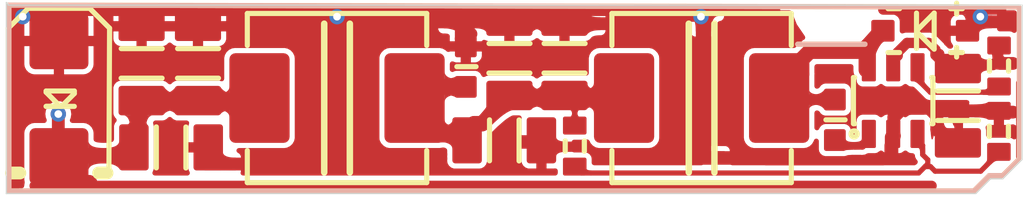
<source format=kicad_pcb>
(kicad_pcb (version 20210108) (generator pcbnew)
  (layers (0 "F.Cu" signal "Top Layer") (31 "B.Cu" signal "Bottom Layer") (34 "B.Paste" user) (35 "F.Paste" user) (36 "B.SilkS" user "B.Silkscreen") (37 "F.SilkS" user "F.Silkscreen") (38 "B.Mask" user) (39 "F.Mask" user) (44 "Edge.Cuts" user))
  (net 0 "")
  (net 1 "V12")
  (net 2 "NetR422_1")
  (net 3 "NetR420_1")
  (net 4 "NetC421_2")
  (net 5 "NetC421_1")
  (net 6 "GND")
  (net 7 "NetC422_1")
  (net 8 "V5")
  (footprint "Small.PcbLib:MP2359" (layer "F.Cu") (at 34.60001 -3.625025 90)
    (fp_text reference "U420" hide)
    (fp_text value "MP2451DT" hide)
  )
  (footprint "General.pcblib:Cap" (layer "F.Cu") (at 7.475017 -5.075011 90)
    (fp_text reference "C427" hide)
    (fp_text value "47u" hide)
  )
  (footprint "General.pcblib:Cap" (layer "F.Cu") (at 5.275016 -5.075011 90)
    (fp_text reference "C428" hide)
    (fp_text value "47u" hide)
  )
  (footprint "General.pcblib:Cap" (layer "F.Cu") (at 21.775003 -5.275001 90)
    (fp_text reference "C425" hide)
    (fp_text value "47u" hide)
  )
  (footprint "General.pcblib:Inductor with Core" (layer "F.Cu") (at 27.125 -3.725009 180)
    (fp_text reference "L421" hide)
    (fp_text value "SMMS0650-4R7M" hide)
  )
  (footprint "General.pcblib:Cap" (layer "F.Cu") (at 32.325015 -2.875008 90)
    (fp_text reference "C421" hide)
    (fp_text value "100n" hide)
  )
  (footprint "" (layer "F.Cu") (at 2.049998 -6.575008)
    (fp_text reference "")
    (fp_text value "")
  )
  (footprint "General.pcblib:Res" (layer "F.Cu") (at 38.725015 -2.425009 90)
    (fp_text reference "R420" hide)
    (fp_text value "6.8k" hide)
  )
  (footprint "General.pcblib:Inductor with Core" (layer "F.Cu") (at 12.900012 -3.725009 180)
    (fp_text reference "L420" hide)
    (fp_text value "SMMS0650-4R7M" hide)
  )
  (footprint "General.pcblib:Res" (layer "F.Cu") (at 22.175 -1.849991 -90)
    (fp_text reference "R421" hide)
    (fp_text value "36k" hide)
  )
  (footprint "General.pcblib:Res" (layer "F.Cu") (at 38.731266 -4.975012 90)
    (fp_text reference "R422" hide)
    (fp_text value "36k" hide)
  )
  (footprint "General.pcblib:Cap" (layer "F.Cu") (at 19.425001 -2.075007)
    (fp_text reference "C423" hide)
    (fp_text value "47u" hide)
  )
  (footprint "General.pcblib:Cap" (layer "F.Cu") (at 37.125006 -3.425007 90)
    (fp_text reference "C420" hide)
    (fp_text value "10u" hide)
  )
  (footprint "General.pcblib:Cap" (layer "F.Cu") (at 17.925001 -4.95 90)
    (fp_text reference "C422" hide)
    (fp_text value "100n" hide)
  )
  (footprint "General.pcblib:Cap" (layer "F.Cu") (at 19.625003 -5.274998 90)
    (fp_text reference "C424" hide)
    (fp_text value "47u" hide)
  )
  (footprint "General.pcblib:D TVS" (layer "F.Cu") (at 2.050019 -3.700008 90)
    (fp_text reference "D420" hide)
    (fp_text value "P6SMB6.8CA" hide)
  )
  (footprint "Mod.PcbLib:Mod-Hellen-Power5" (layer "F.Cu") (at 0 0)
    (fp_text reference "M420" hide)
    (fp_text value "Module:power5/0.1" hide)
  )
  (footprint "General.pcblib:D Schottky" (layer "F.Cu") (at 35.850048 -6.35001)
    (fp_text reference "D421" hide)
    (fp_text value "B5819W" hide)
  )
  (footprint "General.pcblib:Cap" (layer "F.Cu") (at 6.425016 -1.800012)
    (fp_text reference "C426" hide)
    (fp_text value "47u" hide)
  )
  (gr_poly (pts (xy 21.849144 -1.625001) (xy 21.772565 -1.623002) (xy 21.704046 -1.617) (xy 21.643589 -1.607) (xy 21.591194 -1.593002) (xy 21.546858 -1.575001) (xy 21.510584 -1.553002) (xy 21.48237 -1.527) (xy 21.462218 -1.497) (xy 21.450127 -1.463002) (xy 21.446096 -1.425001) (xy 21.446096 -2.224999) (xy 21.450127 -2.186998) (xy 21.462218 -2.153001) (xy 21.48237 -2.123001) (xy 21.510584 -2.096999) (xy 21.546858 -2.075) (xy 21.591194 -2.056999) (xy 21.643589 -2.043001) (xy 21.704046 -2.033001) (xy 21.772565 -2.026999) (xy 21.849144 -2.025)) (layer "F.Cu") (width 0) (fill solid))
  (gr_poly (pts (xy 33.550007 -5.699968) (xy 33.850006 -4.975705) (xy 33.854248 -5.093947) (xy 33.866976 -5.208676) (xy 33.88819 -5.319888) (xy 33.917887 -5.427586) (xy 33.956071 -5.531769) (xy 34.002741 -5.63244) (xy 34.057895 -5.729592) (xy 34.121535 -5.823232) (xy 34.19366 -5.913359) (xy 34.27427 -5.999968)) (layer "F.Cu") (width 0) (fill solid))
  (gr_poly (pts (xy 17.65424 -6.695758) (xy 17.050687 -6.445758) (xy 17.149221 -6.442222) (xy 17.24483 -6.431615) (xy 17.337507 -6.413939) (xy 17.427255 -6.38919) (xy 17.514075 -6.357371) (xy 17.597966 -6.318479) (xy 17.678928 -6.272517) (xy 17.75696 -6.219485) (xy 17.832065 -6.159381) (xy 17.904239 -6.092205) (xy 17.65424 -6.695758)) (layer "F.Cu") (width 0) (fill solid))
  (gr_poly (pts (xy 20.375862 -6.949999) (xy 20.472875 -6.952493) (xy 20.559573 -6.959976) (xy 20.635956 -6.972445) (xy 20.702024 -6.989905) (xy 20.757779 -7.012351) (xy 20.803217 -7.039785) (xy 20.838343 -7.072208) (xy 20.863156 -7.109617) (xy 20.877652 -7.152018) (xy 20.881835 -7.199404) (xy 20.90133 -6.201694) (xy 20.895201 -6.248872) (xy 20.878759 -6.291085) (xy 20.852 -6.328329) (xy 20.814927 -6.36061) (xy 20.767538 -6.387922) (xy 20.709832 -6.410272) (xy 20.641813 -6.427653) (xy 20.563477 -6.440068) (xy 20.474828 -6.447516) (xy 20.375862 -6.45)) (layer "F.Cu") (width 0) (fill solid))
  (gr_poly (pts (xy 26.899992 -6.324214) (xy 26.896992 -6.438793) (xy 26.887993 -6.54131) (xy 26.872992 -6.631767) (xy 26.851991 -6.710164) (xy 26.824991 -6.776499) (xy 26.791991 -6.830774) (xy 26.752992 -6.872986) (xy 26.707993 -6.903138) (xy 26.656993 -6.921231) (xy 26.599993 -6.927261) (xy 27.79999 -6.927261) (xy 27.74299 -6.921231) (xy 27.691989 -6.903138) (xy 27.646991 -6.872986) (xy 27.607992 -6.830774) (xy 27.574992 -6.776499) (xy 27.547992 -6.710164) (xy 27.526991 -6.631767) (xy 27.51199 -6.54131) (xy 27.50299 -6.438793) (xy 27.499991 -6.324214)) (layer "F.Cu") (width 0) (fill solid))
  (gr_poly (pts (xy 8.974158 -3.275007) (xy 8.876741 -3.2731) (xy 8.704623 -3.257845) (xy 8.629922 -3.244494) (xy 8.562792 -3.227329) (xy 8.503234 -3.206351) (xy 8.451251 -3.181561) (xy 8.406836 -3.152955) (xy 8.369996 -3.120535) (xy 8.340728 -3.084299) (xy 8.340728 -4.165724) (xy 8.382023 -4.110487) (xy 8.428218 -4.061066) (xy 8.479312 -4.017457) (xy 8.535307 -3.979664) (xy 8.596201 -3.947686) (xy 8.661994 -3.921521) (xy 8.732685 -3.901171) (xy 8.808278 -3.886634) (xy 8.888768 -3.877915) (xy 8.974158 -3.875006)) (layer "F.Cu") (width 0) (fill solid))
  (gr_poly (pts (xy 18.225861 -6.949999) (xy 18.322874 -6.952493) (xy 18.409572 -6.959976) (xy 18.485955 -6.972445) (xy 18.552023 -6.989905) (xy 18.607778 -7.012351) (xy 18.653216 -7.039785) (xy 18.688342 -7.072208) (xy 18.713155 -7.109617) (xy 18.727651 -7.152018) (xy 18.731835 -7.199404) (xy 18.751326 -6.201694) (xy 18.7452 -6.248872) (xy 18.728756 -6.291085) (xy 18.701997 -6.328329) (xy 18.664923 -6.36061) (xy 18.617535 -6.387922) (xy 18.559831 -6.410272) (xy 18.491812 -6.427653) (xy 18.413476 -6.440068) (xy 18.324827 -6.447516) (xy 18.225861 -6.45)) (layer "F.Cu") (width 0) (fill solid))
  (gr_poly (pts (xy 37.446674 -6.574196) (xy 37.444675 -6.650774) (xy 37.438673 -6.719293) (xy 37.428673 -6.77975) (xy 37.414675 -6.832145) (xy 37.396674 -6.876481) (xy 37.374675 -6.912755) (xy 37.348673 -6.940969) (xy 37.318673 -6.961121) (xy 37.284675 -6.973212) (xy 37.246674 -6.977243) (xy 38.046673 -6.977243) (xy 38.008672 -6.973212) (xy 37.974674 -6.961121) (xy 37.944674 -6.940969) (xy 37.918672 -6.912755) (xy 37.896673 -6.876481) (xy 37.878672 -6.832145) (xy 37.864674 -6.77975) (xy 37.854674 -6.719293) (xy 37.848672 -6.650774) (xy 37.846673 -6.574196)) (layer "F.Cu") (width 0) (fill solid))
  (gr_poly (pts (xy 36.550008 -3.029204) (xy 36.552388 -2.928948) (xy 36.559528 -2.840236) (xy 36.571428 -2.763068) (xy 36.58809 -2.697442) (xy 36.60951 -2.64336) (xy 36.635693 -2.600823) (xy 36.666632 -2.569827) (xy 36.702335 -2.550376) (xy 36.742797 -2.542469) (xy 36.788019 -2.546104) (xy 36.225864 -2.435007) (xy 36.192452 -2.281829) (xy 36.162557 -2.175894) (xy 36.136179 -2.117204) (xy 36.113316 -2.105757) (xy 36.093974 -2.141555) (xy 36.078145 -2.224598) (xy 36.065836 -2.354882) (xy 36.051767 -2.757185) (xy 36.050009 -3.029204)) (layer "F.Cu") (width 0) (fill solid))
  (gr_poly (pts (xy 20.275862 -4.024993) (xy 20.393106 -4.027988) (xy 20.497874 -4.036969) (xy 20.590162 -4.05194) (xy 20.669974 -4.072898) (xy 20.737307 -4.099844) (xy 20.792163 -4.132778) (xy 20.834541 -4.171701) (xy 20.864439 -4.216613) (xy 20.881863 -4.26751) (xy 20.886806 -4.324398) (xy 20.909293 -3.284289) (xy 20.886036 -3.311022) (xy 20.853872 -3.334944) (xy 20.812801 -3.356049) (xy 20.762821 -3.374339) (xy 20.703931 -3.389818) (xy 20.636133 -3.402482) (xy 20.559428 -3.41233) (xy 20.379294 -3.423587) (xy 20.275862 -3.424994)) (layer "F.Cu") (width 0) (fill solid))
  (gr_poly (pts (xy 31.501458 -3.865009) (xy 31.558167 -3.867) (xy 31.611705 -3.872972) (xy 31.662073 -3.882926) (xy 31.709274 -3.896863) (xy 31.753305 -3.91478) (xy 31.794168 -3.93668) (xy 31.831862 -3.96256) (xy 31.866388 -3.992423) (xy 31.897744 -4.026268) (xy 31.925931 -4.064094) (xy 31.925931 -3.265924) (xy 31.897744 -3.30375) (xy 31.866388 -3.337596) (xy 31.831862 -3.367458) (xy 31.794168 -3.393338) (xy 31.753305 -3.415238) (xy 31.709274 -3.433155) (xy 31.662073 -3.447092) (xy 31.611705 -3.457047) (xy 31.558167 -3.463018) (xy 31.501458 -3.46501)) (layer "F.Cu") (width 0) (fill solid))
  (gr_poly (pts (xy 3.800874 -1.775008) (xy 3.916891 -1.778008) (xy 4.020528 -1.787007) (xy 4.111782 -1.802008) (xy 4.19066 -1.823009) (xy 4.257154 -1.850009) (xy 4.311269 -1.883009) (xy 4.353001 -1.922008) (xy 4.382356 -1.967006) (xy 4.399328 -2.018007) (xy 4.403921 -2.075007) (xy 4.434304 -0.934301) (xy 4.399023 -0.980036) (xy 4.357505 -1.020956) (xy 4.309753 -1.057062) (xy 4.255762 -1.088354) (xy 4.195536 -1.114831) (xy 4.129077 -1.136495) (xy 4.05638 -1.153345) (xy 3.977447 -1.16538) (xy 3.892278 -1.172601) (xy 3.800874 -1.175009)) (layer "F.Cu") (width 0) (fill solid))
  (gr_poly (pts (xy 2.876804 -1.175009) (xy 2.762225 -1.172009) (xy 2.659708 -1.16301) (xy 2.569251 -1.148009) (xy 2.490854 -1.127008) (xy 2.424519 -1.100008) (xy 2.370244 -1.067008) (xy 2.328032 -1.028009) (xy 2.29788 -0.98301) (xy 2.279787 -0.93201) (xy 2.273757 -0.87501) (xy 2.273757 -2.075007) (xy 2.279787 -2.018007) (xy 2.29788 -1.967006) (xy 2.328032 -1.922008) (xy 2.370244 -1.883009) (xy 2.424519 -1.850009) (xy 2.490854 -1.823009) (xy 2.569251 -1.802008) (xy 2.659708 -1.787007) (xy 2.762225 -1.778008) (xy 2.876804 -1.775008)) (layer "F.Cu") (width 0) (fill solid))
  (gr_poly (pts (xy 39.395001 -2.875006) (xy 39.394072 -2.904409) (xy 39.391288 -2.928559) (xy 39.386645 -2.947459) (xy 39.380147 -2.961107) (xy 39.371791 -2.969504) (xy 39.361577 -2.972651) (xy 39.34951 -2.970545) (xy 39.335583 -2.963189) (xy 39.319799 -2.950581) (xy 39.302159 -2.932722) (xy 39.521785 -3.175008) (xy 39.535697 -3.238259) (xy 39.548143 -3.280788) (xy 39.559126 -3.302594) (xy 39.568643 -3.303679) (xy 39.576698 -3.28404) (xy 39.583286 -3.243679) (xy 39.588412 -3.182595) (xy 39.595001 -2.875006)) (layer "F.Cu") (width 0) (fill solid))
  (gr_poly (pts (xy 37.766755 -3.475012) (xy 37.844694 -3.475942) (xy 38.046878 -3.489902) (xy 38.103729 -3.498279) (xy 38.20161 -3.520613) (xy 38.242644 -3.534573) (xy 38.278405 -3.550394) (xy 38.308892 -3.568075) (xy 38.308892 -2.881945) (xy 38.278402 -2.899628) (xy 38.242641 -2.91545) (xy 38.201608 -2.92941) (xy 38.155301 -2.941508) (xy 38.103724 -2.951747) (xy 37.984753 -2.966636) (xy 37.917359 -2.971289) (xy 37.766755 -2.975013)) (layer "F.Cu") (width 0) (fill solid))
  (gr_poly (pts (xy 16.901444 -4.459999) (xy 16.993672 -4.46117) (xy 17.234258 -4.478752) (xy 17.302424 -4.489298) (xy 17.420712 -4.517426) (xy 17.470831 -4.535005) (xy 17.514936 -4.554929) (xy 17.553026 -4.577197) (xy 17.553026 -3.742802) (xy 17.514936 -3.76507) (xy 17.470831 -3.784994) (xy 17.420712 -3.802573) (xy 17.364575 -3.817808) (xy 17.302424 -3.830701) (xy 17.160077 -3.849451) (xy 17.079882 -3.855311) (xy 16.901444 -3.86)) (layer "F.Cu") (width 0) (fill solid))
  (gr_poly (pts (xy 3.801219 -1.175009) (xy 3.68664 -1.172009) (xy 3.584123 -1.16301) (xy 3.493666 -1.148009) (xy 3.415269 -1.127008) (xy 3.348934 -1.100008) (xy 3.294659 -1.067008) (xy 3.252447 -1.028009) (xy 3.222295 -0.98301) (xy 3.204202 -0.93201) (xy 3.198172 -0.87501) (xy 3.198172 -2.075007) (xy 3.204202 -2.018007) (xy 3.222295 -1.967006) (xy 3.252447 -1.922008) (xy 3.294659 -1.883009) (xy 3.348934 -1.850009) (xy 3.415269 -1.823009) (xy 3.493666 -1.802008) (xy 3.584123 -1.787007) (xy 3.68664 -1.778008) (xy 3.801219 -1.775008)) (layer "F.Cu") (width 0) (fill solid))
  (gr_poly (pts (xy 22.275 -3.198254) (xy 22.276001 -3.159674) (xy 22.279 -3.125158) (xy 22.283999 -3.0947) (xy 22.290999 -3.068302) (xy 22.300001 -3.045968) (xy 22.310999 -3.027693) (xy 22.323999 -3.013481) (xy 22.339 -3.003329) (xy 22.356001 -2.997236) (xy 22.375 -2.995206) (xy 21.975001 -2.995206) (xy 21.994 -2.997236) (xy 22.011 -3.003329) (xy 22.026001 -3.013481) (xy 22.039001 -3.027693) (xy 22.049999 -3.045968) (xy 22.059001 -3.068302) (xy 22.066001 -3.0947) (xy 22.071 -3.125158) (xy 22.074 -3.159674) (xy 22.075 -3.198254)) (layer "F.Cu") (width 0) (fill solid))
  (gr_poly (pts (xy 22.075 -3.050858) (xy 22.074 -3.089438) (xy 22.071 -3.123954) (xy 22.066001 -3.154411) (xy 22.059001 -3.180809) (xy 22.049999 -3.203143) (xy 22.039001 -3.221419) (xy 22.026001 -3.23563) (xy 22.011 -3.245782) (xy 21.994 -3.251876) (xy 21.975001 -3.253905) (xy 22.375 -3.253905) (xy 22.356001 -3.251876) (xy 22.339 -3.245782) (xy 22.323999 -3.23563) (xy 22.310999 -3.221419) (xy 22.300001 -3.203143) (xy 22.290999 -3.180809) (xy 22.283999 -3.154411) (xy 22.279 -3.123954) (xy 22.276001 -3.089438) (xy 22.275 -3.050858)) (layer "F.Cu") (width 0) (fill solid))
  (gr_poly (pts (xy 5.437515 -3.112508) (xy 5.438297 -3.037025) (xy 5.45003 -2.851648) (xy 5.457068 -2.803548) (xy 5.465671 -2.762291) (xy 5.475841 -2.727881) (xy 5.487573 -2.700315) (xy 5.500868 -2.679596) (xy 5.515729 -2.665722) (xy 4.724161 -2.696106) (xy 4.745698 -2.699487) (xy 4.764969 -2.711369) (xy 4.781972 -2.731755) (xy 4.796709 -2.760642) (xy 4.809178 -2.798031) (xy 4.819381 -2.843921) (xy 4.827313 -2.898315) (xy 4.832982 -2.961211) (xy 4.837516 -3.112508)) (layer "F.Cu") (width 0) (fill solid))
  (gr_poly (pts (xy 8.098518 -3.875006) (xy 8.213098 -3.878006) (xy 8.315615 -3.887005) (xy 8.406072 -3.902006) (xy 8.484469 -3.923007) (xy 8.550803 -3.950005) (xy 8.605078 -3.983007) (xy 8.64729 -4.022006) (xy 8.677443 -4.067005) (xy 8.695535 -4.118005) (xy 8.701565 -4.175006) (xy 8.701565 -2.975008) (xy 8.695535 -3.032008) (xy 8.677443 -3.083009) (xy 8.64729 -3.128007) (xy 8.605078 -3.167007) (xy 8.550803 -3.200009) (xy 8.484469 -3.227007) (xy 8.406072 -3.248007) (xy 8.315615 -3.263008) (xy 8.213098 -3.272008) (xy 8.098518 -3.275007)) (layer "F.Cu") (width 0) (fill solid))
  (gr_poly (pts (xy 38.475742 -5.18825) (xy 38.475356 -5.234145) (xy 38.466116 -5.369413) (xy 38.461881 -5.39115) (xy 38.456878 -5.408059) (xy 38.451102 -5.420136) (xy 38.444556 -5.427383) (xy 38.437241 -5.429799) (xy 38.914243 -5.429799) (xy 38.906928 -5.427383) (xy 38.900382 -5.420136) (xy 38.894606 -5.408059) (xy 38.889602 -5.39115) (xy 38.885368 -5.369413) (xy 38.881901 -5.342842) (xy 38.877281 -5.275207) (xy 38.875741 -5.18825)) (layer "F.Cu") (width 0) (fill solid))
  (gr_poly (pts (xy 21.124144 -3.424994) (xy 21.020712 -3.423587) (xy 20.763873 -3.40248) (xy 20.696075 -3.389818) (xy 20.637185 -3.374339) (xy 20.587205 -3.356046) (xy 20.546134 -3.334941) (xy 20.51397 -3.31102) (xy 20.490713 -3.284286) (xy 20.5132 -4.324398) (xy 20.518143 -4.26751) (xy 20.535565 -4.216613) (xy 20.565466 -4.171701) (xy 20.607843 -4.132778) (xy 20.662699 -4.099844) (xy 20.730032 -4.072898) (xy 20.809844 -4.05194) (xy 20.902132 -4.036969) (xy 21.0069 -4.027988) (xy 21.124144 -4.024993)) (layer "F.Cu") (width 0) (fill solid))
  (gr_poly (pts (xy 22.104289 -3.255432) (xy 22.075209 -3.282549) (xy 22.044391 -3.307466) (xy 22.011838 -3.330191) (xy 21.977548 -3.35072) (xy 21.941521 -3.369053) (xy 21.903759 -3.38519) (xy 21.864259 -3.399132) (xy 21.823025 -3.410877) (xy 21.780053 -3.420428) (xy 21.735346 -3.427781) (xy 22.073362 -3.765796) (xy 22.080715 -3.72109) (xy 22.090266 -3.678118) (xy 22.102011 -3.636884) (xy 22.115953 -3.597384) (xy 22.132089 -3.559622) (xy 22.150423 -3.523595) (xy 22.170951 -3.489305) (xy 22.193677 -3.456752) (xy 22.218594 -3.425934) (xy 22.245711 -3.396854)) (layer "F.Cu") (width 0) (fill solid))
  (gr_poly (pts (xy 37.379293 -4.654301) (xy 37.357649 -4.675099) (xy 37.31497 -4.711009) (xy 37.293934 -4.72612) (xy 37.2731 -4.739338) (xy 37.252468 -4.750656) (xy 37.232041 -4.760082) (xy 37.211818 -4.76761) (xy 37.191795 -4.773247) (xy 37.171975 -4.776986) (xy 37.39803 -5.003041) (xy 37.401769 -4.983221) (xy 37.407406 -4.963198) (xy 37.414934 -4.942975) (xy 37.42436 -4.922548) (xy 37.435678 -4.901916) (xy 37.448896 -4.881082) (xy 37.464007 -4.860046) (xy 37.499917 -4.817367) (xy 37.520715 -4.795723)) (layer "F.Cu") (width 0) (fill solid))
  (gr_poly (pts (xy 33.040188 -1.710002) (xy 32.986348 -1.70958) (xy 32.782213 -1.694812) (xy 32.7544 -1.689329) (xy 32.730925 -1.682999) (xy 32.711789 -1.675826) (xy 32.696991 -1.66781) (xy 32.745525 -2.160001) (xy 32.745893 -2.131502) (xy 32.752914 -2.106) (xy 32.766587 -2.083501) (xy 32.786912 -2.064001) (xy 32.813892 -2.047502) (xy 32.847521 -2.034002) (xy 32.887806 -2.023501) (xy 32.934742 -2.016001) (xy 32.988331 -2.011502) (xy 33.048572 -2.010001)) (layer "F.Cu") (width 0) (fill solid))
  (gr_poly (pts (xy 17.594412 -2.017509) (xy 16.955513 -1.991517) (xy 17.09846 -2.917508) (xy 17.096153 -2.860507) (xy 17.107761 -2.809507) (xy 17.133283 -2.764508) (xy 17.172716 -2.725509) (xy 17.226067 -2.692507) (xy 17.293326 -2.665509) (xy 17.374502 -2.644508) (xy 17.469589 -2.629507) (xy 17.578591 -2.620508) (xy 17.701506 -2.617508)) (layer "F.Cu") (width 0) (fill solid))
  (gr_poly (pts (xy 18.350878 -2.937142) (xy 18.476887 -3.067365) (xy 18.670105 -3.294281) (xy 18.737311 -3.390971) (xy 18.784915 -3.476485) (xy 18.812916 -3.550821) (xy 18.821319 -3.613978) (xy 18.810117 -3.665959) (xy 18.779312 -3.706764) (xy 18.728908 -3.736391) (xy 19.937379 -3.253903) (xy 19.872587 -3.269143) (xy 19.798622 -3.266785) (xy 19.715488 -3.246831) (xy 19.623179 -3.209282) (xy 19.521701 -3.154136) (xy 19.411048 -3.081393) (xy 19.291224 -2.991053) (xy 19.024059 -2.757587) (xy 18.876721 -2.61446)) (layer "F.Cu") (width 0) (fill solid))
  (gr_poly (pts (xy 38.424147 -4.812513) (xy 38.346179 -4.810514) (xy 38.276583 -4.804512) (xy 38.215354 -4.794512) (xy 38.162497 -4.780514) (xy 38.118006 -4.762513) (xy 38.081887 -4.740514) (xy 38.054135 -4.714512) (xy 38.034755 -4.684512) (xy 38.023742 -4.650514) (xy 38.0211 -4.612513) (xy 37.990325 -5.410817) (xy 37.99604 -5.373139) (xy 38.010125 -5.339428) (xy 38.032581 -5.309682) (xy 38.063406 -5.283901) (xy 38.102604 -5.262088) (xy 38.15017 -5.244241) (xy 38.206109 -5.23036) (xy 38.270419 -5.220444) (xy 38.343098 -5.214496) (xy 38.424147 -5.212512)) (layer "F.Cu") (width 0) (fill solid))
  (gr_poly (pts (xy 22.833261 -0.699999) (xy 22.591123 -0.706925) (xy 22.630214 -0.999998) (xy 22.629843 -0.980999) (xy 22.634067 -0.963999) (xy 22.642886 -0.948997) (xy 22.6563 -0.935998) (xy 22.674306 -0.924997) (xy 22.696909 -0.915998) (xy 22.724105 -0.908997) (xy 22.755896 -0.903999) (xy 22.792281 -0.900999) (xy 22.833261 -0.899998)) (layer "F.Cu") (width 0) (fill solid))
  (gr_poly (pts (xy 38.453604 -6.45001) (xy 38.351709 -6.447511) (xy 38.261277 -6.44001) (xy 38.182311 -6.427511) (xy 38.114808 -6.41001) (xy 38.058773 -6.387511) (xy 38.014199 -6.36001) (xy 37.981092 -6.327511) (xy 37.959449 -6.29001) (xy 37.949271 -6.247511) (xy 37.950557 -6.20001) (xy 37.870046 -6.773568) (xy 37.716191 -6.807091) (xy 37.609447 -6.837086) (xy 37.549818 -6.863552) (xy 37.537304 -6.886491) (xy 37.571904 -6.905899) (xy 37.653618 -6.921779) (xy 37.782447 -6.934129) (xy 38.181445 -6.948244) (xy 38.451615 -6.950009)) (layer "F.Cu") (width 0) (fill solid))
  (gr_poly (pts (xy 33.073779 -2.010001) (xy 33.135077 -2.011502) (xy 33.189487 -2.016001) (xy 33.23701 -2.023501) (xy 33.277645 -2.034002) (xy 33.311394 -2.047502) (xy 33.338254 -2.064001) (xy 33.358229 -2.083501) (xy 33.371315 -2.106) (xy 33.377515 -2.131502) (xy 33.376827 -2.160001) (xy 33.430009 -1.773794) (xy 33.45417 -1.761673) (xy 33.465044 -1.75083) (xy 33.462633 -1.741259) (xy 33.446938 -1.732966) (xy 33.417957 -1.72595) (xy 33.375691 -1.720207) (xy 33.320142 -1.715742) (xy 33.073779 -1.710002)) (layer "F.Cu") (width 0) (fill solid))
  (gr_poly (pts (xy 8.949159 -0.900006) (xy 8.378695 -0.909559) (xy 8.446112 -1.650004) (xy 8.447044 -1.602504) (xy 8.458949 -1.560005) (xy 8.481827 -1.522504) (xy 8.515673 -1.490005) (xy 8.560493 -1.462504) (xy 8.616282 -1.440005) (xy 8.683046 -1.422504) (xy 8.760778 -1.410005) (xy 8.849482 -1.402504) (xy 8.949159 -1.400005)) (layer "F.Cu") (width 0) (fill solid))
  (gr_poly (pts (xy 23.174145 -6.374996) (xy 23.095727 -6.373089) (xy 23.022883 -6.367369) (xy 22.955608 -6.357833) (xy 22.893906 -6.344483) (xy 22.837778 -6.327318) (xy 22.787221 -6.30634) (xy 22.742235 -6.28155) (xy 22.702825 -6.252944) (xy 22.668982 -6.220524) (xy 22.640714 -6.184288) (xy 22.671098 -7.124995) (xy 22.674674 -7.077494) (xy 22.688636 -7.034995) (xy 22.71298 -6.997494) (xy 22.747709 -6.964995) (xy 22.792822 -6.937494) (xy 22.848319 -6.914995) (xy 22.914199 -6.897494) (xy 22.990465 -6.884995) (xy 23.077112 -6.877495) (xy 23.174145 -6.874995)) (layer "F.Cu") (width 0) (fill solid))
  (gr_poly (pts (xy 28.023596 -1.25001) (xy 27.41199 -1.237747) (xy 27.41199 -1.662273) (xy 27.420316 -1.659943) (xy 27.440385 -1.657858) (xy 27.515741 -1.654424) (xy 28.023596 -1.650009)) (layer "F.Cu") (width 0) (fill solid))
  (gr_poly (pts (xy 39.19615 -3.275007) (xy 39.23473 -3.276008) (xy 39.269246 -3.279008) (xy 39.299703 -3.284007) (xy 39.326101 -3.291007) (xy 39.348435 -3.300009) (xy 39.366711 -3.311007) (xy 39.380922 -3.324007) (xy 39.391074 -3.339008) (xy 39.397168 -3.356008) (xy 39.399197 -3.375007) (xy 39.399197 -2.975008) (xy 39.397168 -2.994007) (xy 39.391074 -3.011007) (xy 39.380922 -3.026009) (xy 39.366711 -3.039008) (xy 39.348435 -3.050007) (xy 39.326101 -3.059008) (xy 39.299703 -3.066009) (xy 39.269246 -3.071007) (xy 39.23473 -3.074007) (xy 39.19615 -3.075008)) (layer "F.Cu") (width 0) (fill solid))
  (gr_poly (pts (xy 35.65001 -1.573794) (xy 35.649009 -1.615839) (xy 35.646009 -1.653052) (xy 35.641011 -1.685435) (xy 35.634011 -1.712986) (xy 35.625009 -1.735706) (xy 35.614011 -1.753596) (xy 35.601011 -1.766654) (xy 35.58601 -1.774881) (xy 35.569009 -1.778277) (xy 35.55001 -1.776842) (xy 35.826238 -1.830024) (xy 35.830754 -1.837792) (xy 35.834795 -1.83814) (xy 35.838361 -1.831068) (xy 35.841452 -1.816575) (xy 35.844066 -1.794662) (xy 35.847871 -1.728577) (xy 35.85001 -1.573794)) (layer "F.Cu") (width 0) (fill solid))
  (gr_poly (pts (xy 37.846673 -6.999272) (xy 37.846925 -6.955737) (xy 37.855713 -6.806791) (xy 37.858977 -6.790748) (xy 37.862744 -6.779288) (xy 37.867013 -6.77241) (xy 37.871784 -6.770113) (xy 37.420969 -6.77052) (xy 37.425854 -6.772803) (xy 37.430222 -6.779661) (xy 37.434078 -6.791099) (xy 37.437421 -6.807109) (xy 37.440248 -6.827695) (xy 37.44436 -6.8826) (xy 37.446674 -6.999272)) (layer "F.Cu") (width 0) (fill solid))
  (gr_poly (pts (xy 4.837516 -2.450869) (xy 4.834517 -2.565448) (xy 4.825517 -2.667965) (xy 4.810516 -2.758422) (xy 4.789515 -2.836819) (xy 4.762515 -2.903154) (xy 4.729516 -2.957429) (xy 4.690516 -2.999641) (xy 4.645518 -3.029793) (xy 4.594517 -3.047886) (xy 4.537517 -3.053916) (xy 5.737515 -3.053916) (xy 5.680514 -3.047886) (xy 5.629514 -3.029793) (xy 5.584515 -2.999641) (xy 5.545516 -2.957429) (xy 5.512516 -2.903154) (xy 5.485516 -2.836819) (xy 5.464515 -2.758422) (xy 5.449514 -2.667965) (xy 5.440515 -2.565448) (xy 5.437515 -2.450869)) (layer "F.Cu") (width 0) (fill solid))
  (gr_poly (pts (xy 31.726495 -3.46501) (xy 31.649916 -3.463011) (xy 31.581397 -3.457009) (xy 31.52094 -3.447009) (xy 31.468545 -3.433011) (xy 31.424209 -3.41501) (xy 31.387936 -3.393011) (xy 31.359721 -3.367009) (xy 31.339569 -3.337009) (xy 31.327479 -3.303011) (xy 31.323448 -3.26501) (xy 31.323448 -4.065008) (xy 31.327479 -4.027007) (xy 31.339569 -3.99301) (xy 31.359721 -3.96301) (xy 31.387936 -3.937008) (xy 31.424209 -3.915009) (xy 31.468545 -3.897008) (xy 31.52094 -3.88301) (xy 31.581397 -3.87301) (xy 31.649916 -3.867008) (xy 31.726495 -3.865009)) (layer "F.Cu") (width 0) (fill solid))
  (gr_poly (pts (xy 35.626228 -4.232372) (xy 35.594925 -4.262293) (xy 35.534328 -4.311818) (xy 35.505039 -4.331421) (xy 35.476419 -4.347588) (xy 35.448471 -4.360316) (xy 35.421192 -4.369605) (xy 35.394585 -4.375455) (xy 35.368649 -4.377868) (xy 35.343386 -4.376842) (xy 35.826238 -4.430024) (xy 35.821013 -4.413433) (xy 35.81879 -4.396138) (xy 35.819568 -4.378137) (xy 35.82335 -4.35943) (xy 35.830132 -4.340017) (xy 35.839916 -4.319897) (xy 35.852702 -4.299074) (xy 35.868488 -4.277545) (xy 35.887279 -4.255313) (xy 35.90907 -4.232372)) (layer "F.Cu") (width 0) (fill solid))
  (gr_poly (pts (xy 17.701506 -3.86) (xy 17.586927 -3.857) (xy 17.48441 -3.848001) (xy 17.393953 -3.833) (xy 17.315556 -3.811999) (xy 17.249221 -3.785001) (xy 17.194947 -3.751999) (xy 17.152734 -3.713) (xy 17.122582 -3.668001) (xy 17.10449 -3.617001) (xy 17.09846 -3.560001) (xy 17.09846 -4.759998) (xy 17.10449 -4.702998) (xy 17.122582 -4.651997) (xy 17.152734 -4.606999) (xy 17.194947 -4.568) (xy 17.249221 -4.534997) (xy 17.315556 -4.508) (xy 17.393953 -4.486999) (xy 17.48441 -4.471998) (xy 17.586927 -4.462998) (xy 17.701506 -4.459999)) (layer "F.Cu") (width 0) (fill solid))
  (gr_poly (pts (xy 33.337876 -5.912099) (xy 33.420929 -5.99566) (xy 33.75026 -6.365448) (xy 33.749539 -6.374336) (xy 34.254374 -5.9295) (xy 34.244755 -5.92949) (xy 34.226655 -5.919988) (xy 34.200074 -5.900992) (xy 34.165009 -5.8725) (xy 34.008921 -5.730067) (xy 33.776491 -5.502189)) (layer "F.Cu") (width 0) (fill solid))
  (gr_poly (pts (xy 38.152718 -1.150381) (xy 38.176792 -1.175261) (xy 38.216492 -1.22141) (xy 38.232118 -1.242677) (xy 38.24493 -1.262743) (xy 38.254927 -1.281603) (xy 38.262105 -1.299261) (xy 38.266472 -1.315715) (xy 38.268021 -1.330963) (xy 38.266754 -1.345009) (xy 38.703344 -1.279794) (xy 38.678846 -1.281587) (xy 38.653507 -1.279769) (xy 38.627324 -1.274346) (xy 38.600301 -1.265311) (xy 38.57244 -1.25267) (xy 38.543733 -1.236416) (xy 38.514188 -1.216558) (xy 38.483802 -1.193089) (xy 38.452572 -1.166012) (xy 38.420502 -1.135324)) (layer "F.Cu") (width 0) (fill solid))
  (gr_poly (pts (xy 21.024144 -6.45) (xy 20.925178 -6.447516) (xy 20.836529 -6.440068) (xy 20.758193 -6.427653) (xy 20.690175 -6.410272) (xy 20.632471 -6.387922) (xy 20.585082 -6.36061) (xy 20.548008 -6.328329) (xy 20.521249 -6.291085) (xy 20.504805 -6.248872) (xy 20.498679 -6.201694) (xy 20.518171 -7.199404) (xy 20.522354 -7.152018) (xy 20.53685 -7.109617) (xy 20.561663 -7.072208) (xy 20.596789 -7.039785) (xy 20.642227 -7.012351) (xy 20.697982 -6.989905) (xy 20.76405 -6.972445) (xy 20.840433 -6.959976) (xy 20.927131 -6.952493) (xy 21.024144 -6.949999)) (layer "F.Cu") (width 0) (fill solid))
  (gr_poly (pts (xy 5.975876 -3.875006) (xy 6.061266 -3.877915) (xy 6.141756 -3.886634) (xy 6.217349 -3.901171) (xy 6.288039 -3.921521) (xy 6.353833 -3.947686) (xy 6.414727 -3.979664) (xy 6.470721 -4.017457) (xy 6.521816 -4.061066) (xy 6.568011 -4.110487) (xy 6.609306 -4.165724) (xy 6.609306 -3.084299) (xy 6.580038 -3.120535) (xy 6.543197 -3.152955) (xy 6.498783 -3.181561) (xy 6.446799 -3.206351) (xy 6.387241 -3.227329) (xy 6.320112 -3.244494) (xy 6.24541 -3.257845) (xy 6.163137 -3.26738) (xy 5.975876 -3.275007)) (layer "F.Cu") (width 0) (fill solid))
  (gr_poly (pts (xy 38.073005 -4.050007) (xy 38.113797 -4.051008) (xy 38.150035 -4.054008) (xy 38.181722 -4.059006) (xy 38.208854 -4.066007) (xy 38.231435 -4.075008) (xy 38.249464 -4.086007) (xy 38.262941 -4.099006) (xy 38.271864 -4.114008) (xy 38.276235 -4.131008) (xy 38.276052 -4.150007) (xy 38.315143 -3.831946) (xy 38.308034 -3.835377) (xy 38.297521 -3.838448) (xy 38.283601 -3.841158) (xy 38.266279 -3.843505) (xy 38.221412 -3.847117) (xy 38.090818 -3.850008)) (layer "F.Cu") (width 0) (fill solid))
  (gr_poly (pts (xy 16.800858 -2.617508) (xy 16.917965 -2.62049) (xy 17.022836 -2.629441) (xy 17.11547 -2.644356) (xy 17.195871 -2.665237) (xy 17.264035 -2.692085) (xy 17.319963 -2.724899) (xy 17.363653 -2.763677) (xy 17.395111 -2.808425) (xy 17.414331 -2.859136) (xy 17.421316 -2.915813) (xy 17.403905 -1.71751) (xy 17.39866 -1.77451) (xy 17.381177 -1.825511) (xy 17.351461 -1.870509) (xy 17.309511 -1.909509) (xy 17.255322 -1.942511) (xy 17.188901 -1.969508) (xy 17.110243 -1.990509) (xy 17.019349 -2.00551) (xy 16.916222 -2.01451) (xy 16.800858 -2.017509)) (layer "F.Cu") (width 0) (fill solid))
  (gr_poly (pts (xy 23.274144 -3.424997) (xy 23.170713 -3.42359) (xy 22.913873 -3.402482) (xy 22.846076 -3.389821) (xy 22.787186 -3.374342) (xy 22.737206 -3.356049) (xy 22.696134 -3.334944) (xy 22.66397 -3.311022) (xy 22.640714 -3.284289) (xy 22.663201 -4.324401) (xy 22.668144 -4.267512) (xy 22.685566 -4.216616) (xy 22.715466 -4.171704) (xy 22.757844 -4.132781) (xy 22.8127 -4.099847) (xy 22.880033 -4.0729) (xy 22.959845 -4.051943) (xy 23.052133 -4.036972) (xy 23.156901 -4.02799) (xy 23.274144 -4.024996)) (layer "F.Cu") (width 0) (fill solid))
  (gr_poly (pts (xy 38.875741 -5.600009) (xy 38.876661 -5.542582) (xy 38.884017 -5.448003) (xy 38.890456 -5.410848) (xy 38.898731 -5.380454) (xy 38.908848 -5.356817) (xy 38.920801 -5.339936) (xy 38.934596 -5.329817) (xy 38.950229 -5.326454) (xy 38.967702 -5.329847) (xy 38.537378 -5.171364) (xy 38.525666 -5.159047) (xy 38.515188 -5.158991) (xy 38.505943 -5.171199) (xy 38.497932 -5.195672) (xy 38.49115 -5.232403) (xy 38.485605 -5.281399) (xy 38.478209 -5.416179) (xy 38.475742 -5.600009)) (layer "F.Cu") (width 0) (fill solid))
  (gr_poly (pts (xy 6.774157 -3.275007) (xy 6.676741 -3.2731) (xy 6.504623 -3.257845) (xy 6.429921 -3.244494) (xy 6.362791 -3.227329) (xy 6.303234 -3.206351) (xy 6.25125 -3.181561) (xy 6.206835 -3.152955) (xy 6.169995 -3.120535) (xy 6.140727 -3.084299) (xy 6.140727 -4.165724) (xy 6.182022 -4.110487) (xy 6.228217 -4.061066) (xy 6.279312 -4.017457) (xy 6.335306 -3.979664) (xy 6.3962 -3.947686) (xy 6.461994 -3.921521) (xy 6.532684 -3.901171) (xy 6.608277 -3.886634) (xy 6.688767 -3.877915) (xy 6.774157 -3.875006)) (layer "F.Cu") (width 0) (fill solid))
  (gr_poly (pts (xy 39.383277 -3.075008) (xy 39.344697 -3.074007) (xy 39.31018 -3.071007) (xy 39.279723 -3.066009) (xy 39.253325 -3.059008) (xy 39.230991 -3.050007) (xy 39.212716 -3.039008) (xy 39.198504 -3.026009) (xy 39.188352 -3.011007) (xy 39.182258 -2.994007) (xy 39.180229 -2.975008) (xy 39.180229 -3.375007) (xy 39.182258 -3.356008) (xy 39.188352 -3.339008) (xy 39.198504 -3.324007) (xy 39.212716 -3.311007) (xy 39.230991 -3.300009) (xy 39.253325 -3.291007) (xy 39.279723 -3.284007) (xy 39.31018 -3.279008) (xy 39.344697 -3.276008) (xy 39.383277 -3.275007)) (layer "F.Cu") (width 0) (fill solid))
  (gr_poly (pts (xy 37.270715 -5.045723) (xy 37.292359 -5.024925) (xy 37.335038 -4.989015) (xy 37.356075 -4.973904) (xy 37.376908 -4.960686) (xy 37.39754 -4.949368) (xy 37.417967 -4.939942) (xy 37.43819 -4.932413) (xy 37.458213 -4.926777) (xy 37.478033 -4.923038) (xy 37.251978 -4.696983) (xy 37.248239 -4.716803) (xy 37.242603 -4.736826) (xy 37.235074 -4.757049) (xy 37.225648 -4.777476) (xy 37.21433 -4.798108) (xy 37.201112 -4.818941) (xy 37.186001 -4.839978) (xy 37.150091 -4.882657) (xy 37.129293 -4.904301)) (layer "F.Cu") (width 0) (fill solid))
  (gr_poly (pts (xy 22.323506 -4.024996) (xy 22.438086 -4.027996) (xy 22.540603 -4.036995) (xy 22.63106 -4.051996) (xy 22.709457 -4.072997) (xy 22.775791 -4.099997) (xy 22.830066 -4.132997) (xy 22.872278 -4.171996) (xy 22.902431 -4.216994) (xy 22.920523 -4.267995) (xy 22.926553 -4.324995) (xy 22.926553 -3.124998) (xy 22.920523 -3.181998) (xy 22.902431 -3.232998) (xy 22.872278 -3.277997) (xy 22.830066 -3.316996) (xy 22.775791 -3.349996) (xy 22.709457 -3.376996) (xy 22.63106 -3.397997) (xy 22.540603 -3.412998) (xy 22.438086 -3.421997) (xy 22.323506 -3.424997)) (layer "F.Cu") (width 0) (fill solid))
  (gr_line (start 0.075001 -7.349998) (end 39.625001 -7.349998) (layer "Edge.Cuts") (width 0.05))
  (gr_line (start 38.875 -0.575) (end 38.399999 -0.575) (layer "Edge.Cuts") (width 0.05))
  (gr_line (start 0 0) (end 0 0) (layer "Edge.Cuts") (width 0.05))
  (gr_line (start 39.625001 -7.349998) (end 39.625001 -1.325001) (layer "Edge.Cuts") (width 0.05))
  (gr_line (start 38.399999 -0.575) (end 37.824999 0) (layer "Edge.Cuts") (width 0.05))
  (gr_line (start 0.075001 -7.374999) (end 0.075001 -7.349998) (layer "Edge.Cuts") (width 0.05))
  (gr_line (start 37.824999 0) (end 0 0) (layer "Edge.Cuts") (width 0.05))
  (gr_line (start 0 0) (end 0 -7.45) (layer "Edge.Cuts") (width 0.05))
  (gr_line (start 39.625001 -1.325001) (end 38.875 -0.575) (layer "Edge.Cuts") (width 0.05))
  (gr_line (start 0 -7.45) (end 0.075001 -7.374999) (layer "Edge.Cuts") (width 0.05))
  (segment (start 34.575018 -5.175021) (end 34.775003 -5.375006) (width 0.399999) (layer "F.Cu") (net 1))
  (segment (start 37.737504 -5.012512) (end 38.500004 -5.012512) (width 0.399999) (layer "F.Cu") (net 1))
  (segment (start 37.450004 -4.725012) (end 37.737504 -5.012512) (width 0.399999) (layer "F.Cu") (net 1))
  (segment (start 39.131735 -5.036741) (end 39.170003 -5.075009) (width 0.399999) (layer "F.Cu") (net 1))
  (segment (start 36.250009 -5.400002) (end 36.400003 -5.250007) (width 0.399999) (layer "F.Cu") (net 1))
  (segment (start 36.674999 -4.975012) (end 37.200004 -4.975012) (width 0.399999) (layer "F.Cu") (net 1))
  (segment (start 34.575018 -4.900021) (end 34.575018 -5.175021) (width 0.399999) (layer "F.Cu") (net 1))
  (segment (start 34.775003 -5.508488) (end 35.14154 -5.875025) (width 0.399999) (layer "F.Cu") (net 1))
  (segment (start 38.500004 -5.012512) (end 38.675742 -5.18825) (width 0.399999) (layer "F.Cu") (net 1))
  (segment (start 36.400003 -5.250007) (end 36.674999 -4.975012) (width 0.399999) (layer "F.Cu") (net 1))
  (segment (start 36.400003 -5.250007) (end 36.400003 -5.444612) (width 0.399999) (layer "F.Cu") (net 1))
  (segment (start 38.675742 -5.036741) (end 39.131735 -5.036741) (width 0.399999) (layer "F.Cu") (net 1))
  (segment (start 36.250009 -5.400002) (end 36.250009 -5.608493) (width 0.399999) (layer "F.Cu") (net 1))
  (segment (start 38.675742 -5.600009) (end 38.825744 -5.750011) (width 0.399999) (layer "F.Cu") (net 1))
  (segment (start 35.14154 -5.875025) (end 35.983476 -5.875025) (width 0.399999) (layer "F.Cu") (net 1))
  (segment (start 37.200004 -4.975012) (end 37.450004 -4.725012) (width 0.2) (layer "F.Cu") (net 1))
  (segment (start 38.675742 -5.18825) (end 38.675742 -5.600009) (width 0.399999) (layer "F.Cu") (net 1))
  (segment (start 34.775003 -5.375006) (end 34.775003 -5.508488) (width 0.399999) (layer "F.Cu") (net 1))
  (segment (start 35.983476 -5.875025) (end 36.250009 -5.608493) (width 0.399999) (layer "F.Cu") (net 1))
  (segment (start 36.050014 -3.950007) (end 38.706262 -3.950007) (width 0.2) (layer "F.Cu") (net 2))
  (segment (start 35.450003 -4.550019) (end 36.050014 -3.950007) (width 0.2) (layer "F.Cu") (net 2))
  (segment (start 38.706262 -3.950007) (end 38.906265 -4.150009) (width 0.2) (layer "F.Cu") (net 2))
  (segment (start 35.844564 -1.05) (end 36.05545 -1.05) (width 0.2) (layer "F.Cu") (net 3))
  (segment (start 38.768764 -1.625008) (end 38.790014 -1.625008) (width 0.2) (layer "F.Cu") (net 3))
  (segment (start 36.235797 -0.869653) (end 38.013409 -0.869653) (width 0.2) (layer "F.Cu") (net 3))
  (segment (start 35.844564 -1.05) (end 35.950007 -1.155443) (width 0.2) (layer "F.Cu") (net 3))
  (segment (start 35.594562 -0.799998) (end 35.844564 -1.05) (width 0.2) (layer "F.Cu") (net 3))
  (segment (start 35.950007 -1.155443) (end 35.950007 -1.315443) (width 0.2) (layer "F.Cu") (net 3))
  (segment (start 22.424992 -0.799998) (end 35.594562 -0.799998) (width 0.2) (layer "F.Cu") (net 3))
  (segment (start 38.013409 -0.869653) (end 38.768764 -1.625008) (width 0.2) (layer "F.Cu") (net 3))
  (segment (start 35.75001 -1.51544) (end 35.75001 -1.875023) (width 0.2) (layer "F.Cu") (net 3))
  (segment (start 35.625011 -2.000021) (end 35.75001 -1.875023) (width 0.2) (layer "F.Cu") (net 3))
  (segment (start 36.05545 -1.05) (end 36.235797 -0.869653) (width 0.2) (layer "F.Cu") (net 3))
  (segment (start 35.75001 -1.51544) (end 35.950007 -1.315443) (width 0.2) (layer "F.Cu") (net 3))
  (segment (start 22.175 -1.04999) (end 22.424992 -0.799998) (width 0.2) (layer "F.Cu") (net 3))
  (segment (start 30.099998 -3.725009) (end 30.150001 -3.725009) (width 0.25) (layer "F.Cu") (net 4))
  (segment (start 31.025003 -5.225014) (end 31.349998 -5.550009) (width 0.599999) (layer "F.Cu") (net 4))
  (segment (start 33.400048 -5.550009) (end 33.550007 -5.699968) (width 0.599999) (layer "F.Cu") (net 4))
  (segment (start 30.099998 -3.725009) (end 30.159998 -3.665009) (width 0.399999) (layer "F.Cu") (net 4))
  (segment (start 33.550007 -4.82502) (end 33.550007 -5.699968) (width 0.599999) (layer "F.Cu") (net 4))
  (segment (start 30.099998 -3.725009) (end 31.025003 -4.650014) (width 0.599999) (layer "F.Cu") (net 4))
  (segment (start 33.550007 -5.699968) (end 34.200048 -6.35001) (width 0.599999) (layer "F.Cu") (net 4))
  (segment (start 31.349998 -5.550009) (end 33.400048 -5.550009) (width 0.599999) (layer "F.Cu") (net 4))
  (segment (start 30.159998 -3.665009) (end 31.974998 -3.665009) (width 0.399999) (layer "F.Cu") (net 4))
  (segment (start 31.025003 -4.650014) (end 31.025003 -5.225014) (width 0.599999) (layer "F.Cu") (net 4))
  (segment (start 33.391841 -1.860001) (end 33.550004 -2.018165) (width 0.299999) (layer "F.Cu") (net 5))
  (segment (start 32.500019 -1.860001) (end 33.391841 -1.860001) (width 0.299999) (layer "F.Cu") (net 5))
  (segment (start 33.550004 -2.018165) (end 33.550004 -2.22502) (width 0.299999) (layer "F.Cu") (net 5))
  (segment (start 32.275013 -2.085007) (end 32.500019 -1.860001) (width 0.299999) (layer "F.Cu") (net 5))
  (segment (start 21.775003 -6.624996) (end 24.623751 -6.624996) (width 0.499999) (layer "F.Cu") (net 6))
  (segment (start 34.600022 -2.200018) (end 34.650025 -2.250021) (width 0.499999) (layer "F.Cu") (net 6))
  (segment (start 17.8 -5.865002) (end 17.925001 -5.740001) (width 0.599999) (layer "F.Cu") (net 6))
  (segment (start 17.658481 -6.699999) (end 21.775003 -6.699999) (width 0.499999) (layer "F.Cu") (net 6))
  (segment (start 39.019996 -3.175008) (end 39.069998 -3.175008) (width 0.2) (layer "F.Cu") (net 6))
  (segment (start 20.748 -1.948007) (end 20.875 -2.075007) (width 0.399999) (layer "F.Cu") (net 6))
  (segment (start 37.500047 -6.35001) (end 37.530047 -6.35001) (width 0.499999) (layer "F.Cu") (net 6))
  (segment (start 39.119998 -3.125008) (end 39.169998 -3.175008) (width 0.2) (layer "F.Cu") (net 6))
  (segment (start 25.198746 -1.375016) (end 25.975013 -2.151283) (width 0.499999) (layer "F.Cu") (net 6))
  (segment (start 20.038771 -1.948007) (end 20.748 -1.948007) (width 0.399999) (layer "F.Cu") (net 6))
  (segment (start 14.701276 -1.525008) (end 16.950002 -1.525008) (width 0.499999) (layer "F.Cu") (net 6))
  (segment (start 8.250017 -1.25001) (end 8.275018 -1.25001) (width 0.399999) (layer "F.Cu") (net 6))
  (segment (start 15.995559 -1.364999) (end 16.950002 -1.364999) (width 0.499999) (layer "F.Cu") (net 6))
  (segment (start 37.646674 -6.203386) (end 37.646674 -6.466637) (width 0.399999) (layer "F.Cu") (net 6))
  (segment (start 17.798001 -6.043646) (end 17.798001 -6.425644) (width 0.599999) (layer "F.Cu") (net 6))
  (segment (start 7.875016 -1.625011) (end 8.250017 -1.25001) (width 0.399999) (layer "F.Cu") (net 6))
  (segment (start 36.004188 -3.325025) (end 36.300009 -3.029204) (width 0.499999) (layer "F.Cu") (net 6))
  (segment (start 7.875016 -1.625011) (end 7.875016 -1.800012) (width 0.399999) (layer "F.Cu") (net 6))
  (segment (start 37.646674 -6.466637) (end 37.646674 -6.999272) (width 0.399999) (layer "F.Cu") (net 6))
  (segment (start 36.300009 -3.225013) (end 38.790011 -3.225013) (width 0.499999) (layer "F.Cu") (net 6))
  (segment (start 34.973661 -3.325025) (end 36.004188 -3.325025) (width 0.499999) (layer "F.Cu") (net 6))
  (segment (start 34.625023 -2.976387) (end 34.973661 -3.325025) (width 0.499999) (layer "F.Cu") (net 6))
  (segment (start 27.199991 -1.45001) (end 29.444099 -1.45001) (width 0.399999) (layer "F.Cu") (net 6))
  (segment (start 37.646674 -6.203386) (end 37.711113 -6.138946) (width 0.399999) (layer "F.Cu") (net 6))
  (segment (start 37.530047 -6.35001) (end 37.646674 -6.466637) (width 0.499999) (layer "F.Cu") (net 6))
  (segment (start 15.780565 -1.150005) (end 15.995559 -1.364999) (width 0.499999) (layer "F.Cu") (net 6))
  (segment (start 7.475017 -6.525011) (end 7.700015 -6.750009) (width 0.599999) (layer "F.Cu") (net 6))
  (segment (start 37.646674 -6.466637) (end 37.880046 -6.700009) (width 0.499999) (layer "F.Cu") (net 6))
  (segment (start 17.798001 -6.043646) (end 17.8 -6.041647) (width 0.599999) (layer "F.Cu") (net 6))
  (segment (start 21.17501 -1.825) (end 22.574999 -1.825) (width 0.399999) (layer "F.Cu") (net 6))
  (segment (start 38.900011 -3.225013) (end 38.900014 -3.22501) (width 0.499999) (layer "F.Cu") (net 6))
  (segment (start 39.169998 -3.175008) (end 39.495001 -3.175008) (width 0.2) (layer "F.Cu") (net 6))
  (segment (start 13.050015 -1.350007) (end 13.050015 -6.900009) (width 0.599999) (layer "F.Cu") (net 6))
  (segment (start 17.65424 -6.695758) (end 17.658481 -6.699999) (width 0.499999) (layer "F.Cu") (net 6))
  (segment (start 39.495001 -2.875006) (end 39.495001 -3.175008) (width 0.2) (layer "F.Cu") (net 6))
  (segment (start 5.275016 -6.525011) (end 5.500014 -6.750009) (width 0.599999) (layer "F.Cu") (net 6))
  (segment (start 15.472024 -6.695758) (end 17.65424 -6.695758) (width 0.499999) (layer "F.Cu") (net 6))
  (segment (start 25.725001 -1.926273) (end 25.725001 -5.523746) (width 0.499999) (layer "F.Cu") (net 6))
  (segment (start 20.875 -2.12501) (end 21.17501 -1.825) (width 0.399999) (layer "F.Cu") (net 6))
  (segment (start 12.9 -6.675001) (end 12.9 -6.700009) (width 0.2) (layer "F.Cu") (net 6))
  (segment (start 5.050018 -6.750009) (end 5.275016 -6.525011) (width 0.599999) (layer "F.Cu") (net 6))
  (segment (start 24.948733 -1.373007) (end 29.546103 -1.373007) (width 0.499999) (layer "F.Cu") (net 6))
  (segment (start 34.458288 -1.508282) (end 34.458288 -1.869031) (width 0.399999) (layer "F.Cu") (net 6))
  (segment (start 17.8 -5.865002) (end 17.8 -6.041647) (width 0.599999) (layer "F.Cu") (net 6))
  (segment (start 37.880046 -6.700009) (end 38.799999 -6.700009) (width 0.499999) (layer "F.Cu") (net 6))
  (segment (start 27.199991 -1.45001) (end 27.199991 -7.000009) (width 0.599999) (layer "F.Cu") (net 6))
  (segment (start 14.300012 -5.523746) (end 15.472024 -6.695758) (width 0.499999) (layer "F.Cu") (net 6))
  (segment (start 36.300009 -2.500005) (end 36.825006 -1.975007) (width 0.499999) (layer "F.Cu") (net 6))
  (segment (start 14.300012 -1.926273) (end 14.300012 -5.523746) (width 0.499999) (layer "F.Cu") (net 6))
  (segment (start 34.525019 -1.869031) (end 34.525019 -2.200018) (width 0.499999) (layer "F.Cu") (net 6))
  (segment (start 14.250012 -1.905564) (end 14.680568 -1.475008) (width 0.599999) (layer "F.Cu") (net 6))
  (segment (start 24.623751 -6.624996) (end 25.725001 -5.523746) (width 0.499999) (layer "F.Cu") (net 6))
  (segment (start 7.250019 -6.750009) (end 7.475017 -6.525011) (width 0.599999) (layer "F.Cu") (net 6))
  (segment (start 24.999993 -7.000009) (end 27.199991 -7.000009) (width 0.599999) (layer "F.Cu") (net 6))
  (segment (start 39.069998 -3.175008) (end 39.119998 -3.125008) (width 0.2) (layer "F.Cu") (net 6))
  (segment (start 7.8 -1.150005) (end 15.780565 -1.150005) (width 0.499999) (layer "F.Cu") (net 6))
  (segment (start 34.600022 -2.325025) (end 34.625023 -2.350026) (width 0.499999) (layer "F.Cu") (net 6))
  (segment (start 37.646674 -6.999272) (end 37.822411 -7.17501) (width 0.399999) (layer "F.Cu") (net 6))
  (segment (start 36.300009 -2.500005) (end 36.300009 -3.029204) (width 0.499999) (layer "F.Cu") (net 6))
  (segment (start 36.825006 -1.975007) (end 37.150007 -1.975007) (width 0.499999) (layer "F.Cu") (net 6))
  (segment (start 34.625023 -2.350026) (end 34.625023 -2.976387) (width 0.499999) (layer "F.Cu") (net 6))
  (segment (start 29.644101 -1.250008) (end 34.200013 -1.250008) (width 0.299999) (layer "F.Cu") (net 6))
  (segment (start 17.65424 -6.695758) (end 18.124988 -6.225009) (width 0.499999) (layer "F.Cu") (net 6))
  (segment (start 15.925013 -3.192511) (end 15.925013 -3.725009) (width 0.599999) (layer "F.Cu") (net 7))
  (segment (start 19.449997 -3.724994) (end 21.775001 -3.724994) (width 0.599999) (layer "F.Cu") (net 7))
  (segment (start 19.25 -3.524997) (end 19.449997 -3.724994) (width 0.599999) (layer "F.Cu") (net 7))
  (segment (start 19.449997 -3.724994) (end 19.525 -3.799997) (width 0.599999) (layer "F.Cu") (net 7))
  (segment (start 15.925013 -3.725009) (end 16.360003 -4.159999) (width 0.599999) (layer "F.Cu") (net 7))
  (segment (start 16.360003 -4.159999) (end 17.925001 -4.159999) (width 0.599999) (layer "F.Cu") (net 7))
  (segment (start 19.525 -3.799997) (end 19.625003 -3.799997) (width 0.599999) (layer "F.Cu") (net 7))
  (segment (start 22.175 -2.649992) (end 22.175 -3.326143) (width 0.2) (layer "F.Cu") (net 7))
  (segment (start 21.776149 -3.724994) (end 22.175 -3.326143) (width 0.2) (layer "F.Cu") (net 7))
  (segment (start 15.925013 -3.192511) (end 16.800015 -2.317509) (width 0.599999) (layer "F.Cu") (net 7))
  (segment (start 21.775003 -3.724996) (end 24.099987 -3.724996) (width 0.599999) (layer "F.Cu") (net 7))
  (segment (start 18.250002 -2.725011) (end 18.563008 -2.725011) (width 0.599999) (layer "F.Cu") (net 7))
  (segment (start 17.975001 -2.12501) (end 17.975001 -2.45001) (width 0.599999) (layer "F.Cu") (net 7))
  (segment (start 19.149992 -3.724996) (end 19.149995 -3.724994) (width 0.599999) (layer "F.Cu") (net 7))
  (segment (start 17.782502 -2.317509) (end 17.975001 -2.12501) (width 0.599999) (layer "F.Cu") (net 7))
  (segment (start 19.149995 -3.724994) (end 19.449997 -3.724994) (width 0.599999) (layer "F.Cu") (net 7))
  (segment (start 16.800015 -2.317509) (end 17.782502 -2.317509) (width 0.599999) (layer "F.Cu") (net 7))
  (segment (start 19.25 -3.412002) (end 19.25 -3.524997) (width 0.599999) (layer "F.Cu") (net 7))
  (segment (start 21.7 -3.724996) (end 21.775003 -3.724996) (width 0.599999) (layer "F.Cu") (net 7))
  (segment (start 21.775001 -3.724994) (end 21.776149 -3.724994) (width 0.2) (layer "F.Cu") (net 7))
  (segment (start 17.975001 -2.45001) (end 18.250002 -2.725011) (width 0.599999) (layer "F.Cu") (net 7))
  (segment (start 21.775001 -3.724994) (end 21.775003 -3.724996) (width 0.599999) (layer "F.Cu") (net 7))
  (segment (start 24.099987 -3.724996) (end 24.1 -3.725009) (width 0.599999) (layer "F.Cu") (net 7))
  (segment (start 18.563008 -2.725011) (end 19.25 -3.412002) (width 0.599999) (layer "F.Cu") (net 7))
  (segment (start 9.425015 -3.175008) (end 9.975017 -3.725009) (width 0.599999) (layer "F.Cu") (net 8))
  (segment (start 4.736414 -1.475008) (end 5.000018 -1.738612) (width 0.599999) (layer "F.Cu") (net 8))
  (segment (start 5.137516 -3.112508) (end 5.275016 -3.250009) (width 0.599999) (layer "F.Cu") (net 8))
  (segment (start 2.025015 -1.525011) (end 2.075017 -1.475008) (width 0.599999) (layer "F.Cu") (net 8))
  (segment (start 3.22501 -0.425008) (end 3.250004 -0.400014) (width 0.599999) (layer "F.Cu") (net 8))
  (segment (start 2.075017 -1.475008) (end 4.736414 -1.475008) (width 0.599999) (layer "F.Cu") (net 8))
  (segment (start 5.000018 -1.738612) (end 5.000018 -1.800012) (width 0.599999) (layer "F.Cu") (net 8))
  (segment (start 5.350017 -3.575007) (end 9.425015 -3.575007) (width 0.599999) (layer "F.Cu") (net 8))
  (segment (start 3.250004 -0.400014) (end 3.250006 -0.400012) (width 0.599999) (layer "F.Cu") (net 8))
  (segment (start 5.137516 -1.562506) (end 5.137516 -3.112508) (width 0.599999) (layer "F.Cu") (net 8))
  (zone (net 6) (net_name "GND") (layer "F.Cu") (connect_pads (clearance 0.2)) (min_thickness 0.2) (fill yes (thermal_gap 0.2) (thermal_bridge_width 0.399999))
    (polygon (pts (xy 39.524998 -1.400007) (xy 38.25 -0.125009) (xy 38.25 -0.100007) (xy 0.349519 -0.100002) (xy 0.350271 -7.250006) (xy 39.524996 -7.250008)))
  )
  (zone (net 0) (net_name "") (layer "F.Cu") (connect_pads (clearance 0)) (min_thickness 0.254)
    (keepout (tracks allowed) (vias allowed) (pads allowed) (copperpour not_allowed) (footprints allowed))
    (fill (thermal_gap 0.508) (thermal_bridge_width 0.508))
    (polygon (pts (xy 30.581321 -7.250008) (xy 33.938677 -7.250008) (xy 33.938677 -7.012277) (xy 33.970361 -6.980593) (xy 33.725 -6.250008) (xy 33.2 -5.875007) (xy 31.8 -5.950008) (xy 31.225965 -6.035134) (xy 30.839664 -6.60097)))
  )
)
</source>
